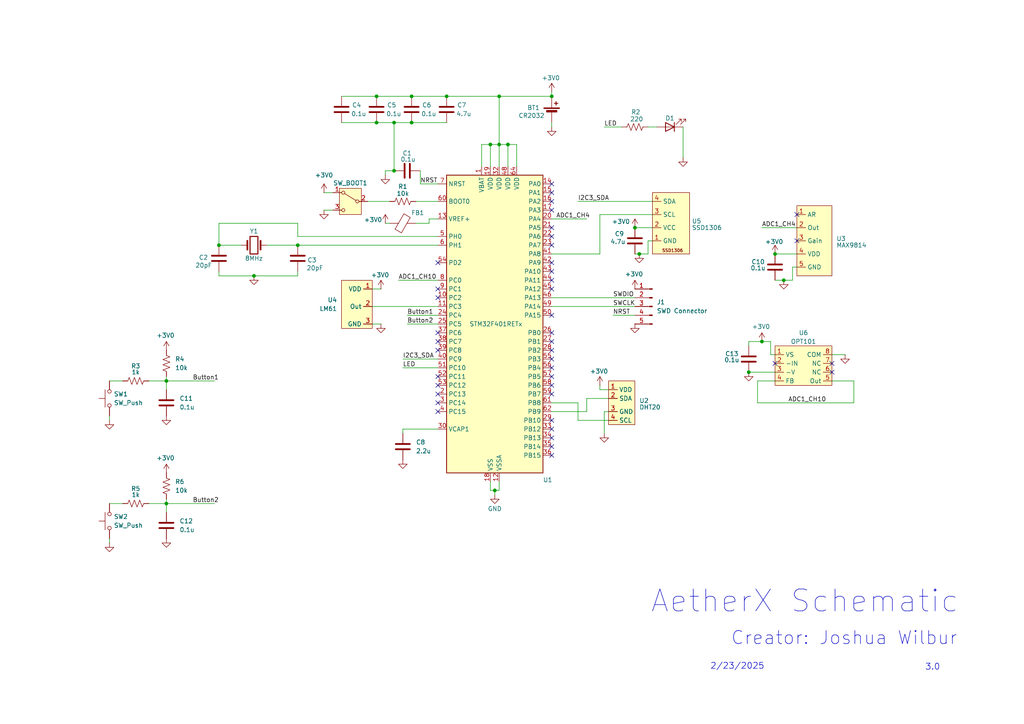
<source format=kicad_sch>
(kicad_sch (version 20231120) (generator "eeschema") (generator_version "8.0")
  (paper "A4")
  (lib_symbols
    (symbol "Connector:Conn_01x05_Pin" (pin_names (offset 1.016) hide)
      (property "Reference" "J" (at 0 7.62 0))
      (property "Value" "Conn_01x05_Pin" (at 0 -7.62 0))
      (symbol "Conn_01x05_Pin_1_1"
        (polyline (pts (xy 1.27 -5.08) (xy 0.8636 -5.08)) (stroke (width 0.1524)))
        (polyline (pts (xy 1.27 -2.54) (xy 0.8636 -2.54)) (stroke (width 0.1524)))
        (polyline (pts (xy 1.27 0) (xy 0.8636 0)) (stroke (width 0.1524)))
        (polyline (pts (xy 1.27 2.54) (xy 0.8636 2.54)) (stroke (width 0.1524)))
        (polyline (pts (xy 1.27 5.08) (xy 0.8636 5.08)) (stroke (width 0.1524)))
        (rectangle (start 0.8636 -4.953) (end 0 -5.207) (stroke (width 0.1524)) (fill (type outline)))
        (rectangle (start 0.8636 -2.413) (end 0 -2.667) (stroke (width 0.1524)) (fill (type outline)))
        (rectangle (start 0.8636 0.127) (end 0 -0.127) (stroke (width 0.1524)) (fill (type outline)))
        (rectangle (start 0.8636 2.667) (end 0 2.413) (stroke (width 0.1524)) (fill (type outline)))
        (rectangle (start 0.8636 5.207) (end 0 4.953) (stroke (width 0.1524)) (fill (type outline)))
        (pin passive line (at 5.08 5.08 180) (length 3.81) (name "Pin_1") (number "1"))
        (pin passive line (at 5.08 2.54 180) (length 3.81) (name "Pin_2") (number "2"))
        (pin passive line (at 5.08 0 180) (length 3.81) (name "Pin_3") (number "3"))
        (pin passive line (at 5.08 -2.54 180) (length 3.81) (name "Pin_4") (number "4"))
        (pin passive line (at 5.08 -5.08 180) (length 3.81) (name "Pin_5") (number "5"))
      )
    )
    (symbol "Device:Battery_Cell" (pin_numbers hide) (pin_names (offset 0) hide)
      (property "Reference" "BT" (at 2.54 2.54 0))
      (property "Value" "Battery_Cell" (at 2.54 0 0))
      (symbol "Battery_Cell_0_1"
        (rectangle (start -2.286 1.778) (end 2.286 1.524) (fill (type outline)))
        (rectangle (start -1.524 1.016) (end 1.524 0.508) (fill (type outline)))
        (polyline (pts (xy 0 0.762) (xy 0 0)))
        (polyline (pts (xy 0 1.778) (xy 0 2.54)))
        (polyline (pts (xy 0.762 3.048) (xy 1.778 3.048)) (stroke (width 0.254)))
        (polyline (pts (xy 1.27 3.556) (xy 1.27 2.54)) (stroke (width 0.254)))
      )
      (symbol "Battery_Cell_1_1"
        (pin passive line (at 0 5.08 270) (length 2.54) (name "+") (number "1"))
        (pin passive line (at 0 -2.54 90) (length 2.54) (name "-") (number "2"))
      )
    )
    (symbol "Device:C" (pin_numbers hide) (pin_names (offset 0.254))
      (property "Reference" "C" (at 0.635 2.54 0))
      (property "Value" "C" (at 0.635 -2.54 0))
      (symbol "C_0_1"
        (polyline (pts (xy -2.032 -0.762) (xy 2.032 -0.762)) (stroke (width 0.508)))
        (polyline (pts (xy -2.032 0.762) (xy 2.032 0.762)) (stroke (width 0.508)))
      )
      (symbol "C_1_1"
        (pin passive line (at 0 3.81 270) (length 2.794) (name "~") (number "1"))
        (pin passive line (at 0 -3.81 90) (length 2.794) (name "~") (number "2"))
      )
    )
    (symbol "Device:Crystal" (pin_numbers hide) (pin_names (offset 1.016) hide)
      (property "Reference" "Y" (at 0 3.81 0))
      (property "Value" "Crystal" (at 0 -3.81 0))
      (symbol "Crystal_0_1"
        (rectangle (start -1.143 2.54) (end 1.143 -2.54) (stroke (width 0.3048)))
        (polyline (pts (xy -2.54 0) (xy -1.905 0)))
        (polyline (pts (xy -1.905 -1.27) (xy -1.905 1.27)) (stroke (width 0.508)))
        (polyline (pts (xy 1.905 -1.27) (xy 1.905 1.27)) (stroke (width 0.508)))
        (polyline (pts (xy 2.54 0) (xy 1.905 0)))
      )
      (symbol "Crystal_1_1"
        (pin passive line (at -3.81 0 0) (length 1.27) (name "1") (number "1"))
        (pin passive line (at 3.81 0 180) (length 1.27) (name "2") (number "2"))
      )
    )
    (symbol "Device:DHT20"
      (property "Reference" "U" (at 9.398 -2.54 0))
      (symbol "DHT20_1_1"
        (rectangle (start -5.08 6.35) (end 7.62 -1.27) (fill (type background)))
        (pin input line (at -2.54 -1.27 90) (length 2.54) (name "VDD") (number "1"))
        (pin input line (at 0 -1.27 90) (length 2.54) (name "SDA") (number "2"))
        (pin input line (at 3.81 -1.27 90) (length 2.54) (name "GND") (number "3"))
        (pin input line (at 6.35 -1.27 90) (length 2.54) (name "SCL") (number "4"))
      )
    )
    (symbol "Device:FerriteBead" (pin_numbers hide) (pin_names (offset 0))
      (property "Reference" "FB" (at -3.81 0.635 90))
      (property "Value" "FerriteBead" (at 3.81 0 90))
      (symbol "FerriteBead_0_1"
        (polyline (pts (xy 0 -1.27) (xy 0 -1.2192)))
        (polyline (pts (xy 0 1.27) (xy 0 1.2954)))
        (polyline (pts (xy -2.7686 0.4064) (xy -1.7018 2.2606) (xy 2.7686 -0.3048) (xy 1.6764 -2.159) (xy -2.7686 0.4064)))
      )
      (symbol "FerriteBead_1_1"
        (pin passive line (at 0 3.81 270) (length 2.54) (name "~") (number "1"))
        (pin passive line (at 0 -3.81 90) (length 2.54) (name "~") (number "2"))
      )
    )
    (symbol "Device:LED" (pin_numbers hide) (pin_names (offset 1.016) hide)
      (property "Reference" "D" (at 0 2.54 0))
      (property "Value" "LED" (at 0 -2.54 0))
      (symbol "LED_0_1"
        (polyline (pts (xy -1.27 -1.27) (xy -1.27 1.27)) (stroke (width 0.254)))
        (polyline (pts (xy -1.27 0) (xy 1.27 0)))
        (polyline (pts (xy 1.27 -1.27) (xy 1.27 1.27) (xy -1.27 0) (xy 1.27 -1.27)) (stroke (width 0.254)))
        (polyline (pts (xy -3.048 -0.762) (xy -4.572 -2.286) (xy -3.81 -2.286) (xy -4.572 -2.286) (xy -4.572 -1.524)))
        (polyline (pts (xy -1.778 -0.762) (xy -3.302 -2.286) (xy -2.54 -2.286) (xy -3.302 -2.286) (xy -3.302 -1.524)))
      )
      (symbol "LED_1_1"
        (pin passive line (at -3.81 0 0) (length 2.54) (name "K") (number "1"))
        (pin passive line (at 3.81 0 180) (length 2.54) (name "A") (number "2"))
      )
    )
    (symbol "Device:LM61"
      (property "Reference" "U" (at 5.334 -2.286 0))
      (symbol "LM61_1_1"
        (rectangle (start -10.16 6.35) (end 3.81 -2.54) (fill (type background)))
        (pin input line (at -7.62 -2.54 90) (length 2.54) (name "VDD") (number "1"))
        (pin input line (at -2.54 -2.54 90) (length 2.54) (name "Out") (number "2"))
        (pin input line (at 2.54 -2.54 90) (length 2.54) (name "GND") (number "3"))
      )
    )
    (symbol "Device:MAX9814"
      (property "Reference" "U" (at 11.43 -5.08 0))
      (symbol "MAX9814_1_1"
        (rectangle (start -10.16 6.35) (end 10.16 -3.81) (fill (type background)))
        (pin input line (at -7.62 -3.81 90) (length 2.54) (name "AR") (number "1"))
        (pin input line (at -3.81 -3.81 90) (length 2.54) (name "Out") (number "2"))
        (pin input line (at 0 -3.81 90) (length 2.54) (name "Gain") (number "3"))
        (pin input line (at 3.81 -3.81 90) (length 2.54) (name "VDD") (number "4"))
        (pin input line (at 7.62 -3.81 90) (length 2.54) (name "GND") (number "5"))
      )
    )
    (symbol "Device:OPT101"
      (property "Reference" "U6" (at 1.905 11.43 0))
      (property "Value" "~" (at 1.905 8.89 0))
      (symbol "OPT101_1_1"
        (rectangle (start -6.35 7.62) (end 10.16 -3.81) (fill (type background)))
        (pin input line (at -6.35 5.08 0) (length 2.54) (name "VS") (number "1"))
        (pin input line (at -6.35 2.54 0) (length 2.54) (name "-IN") (number "2"))
        (pin input line (at -6.35 0 0) (length 2.54) (name "-V") (number "3"))
        (pin input line (at -6.35 -2.54 0) (length 2.54) (name "FB") (number "4"))
        (pin input line (at 10.16 -2.54 180) (length 2.54) (name "Out") (number "5"))
        (pin input line (at 10.16 0 180) (length 2.54) (name "NC") (number "6"))
        (pin input line (at 10.16 2.54 180) (length 2.54) (name "NC") (number "7"))
        (pin input line (at 10.16 5.08 180) (length 2.54) (name "COM") (number "8"))
      )
    )
    (symbol "Device:R_US" (pin_numbers hide) (pin_names (offset 0))
      (property "Reference" "R" (at 2.54 0 90))
      (property "Value" "R_US" (at -2.54 0 90))
      (symbol "R_US_0_1"
        (polyline (pts (xy 0 -2.286) (xy 0 -2.54)))
        (polyline (pts (xy 0 2.286) (xy 0 2.54)))
        (polyline (pts (xy 0 -0.762) (xy 1.016 -1.143) (xy 0 -1.524) (xy -1.016 -1.905) (xy 0 -2.286)))
        (polyline (pts (xy 0 0.762) (xy 1.016 0.381) (xy 0 0) (xy -1.016 -0.381) (xy 0 -0.762)))
        (polyline (pts (xy 0 2.286) (xy 1.016 1.905) (xy 0 1.524) (xy -1.016 1.143) (xy 0 0.762)))
      )
      (symbol "R_US_1_1"
        (pin passive line (at 0 3.81 270) (length 1.27) (name "~") (number "1"))
        (pin passive line (at 0 -3.81 90) (length 1.27) (name "~") (number "2"))
      )
    )
    (symbol "Device:SSD1306_LCD"
      (property "Reference" "U" (at 11.938 7.62 0))
      (symbol "SSD1306_LCD_1_1"
        (rectangle (start -1.27 8.89) (end 9.525 -8.89) (fill (type background)))
        (text "SSD1306" (at 4.572 -7.874 0) (effects (font (size 0.889 0.889))))
        (pin passive line (at -1.27 -5.08 0) (length 2.54) (name "GND") (number "1"))
        (pin passive line (at -1.27 -1.27 0) (length 2.54) (name "VCC") (number "2"))
        (pin passive line (at -1.27 2.54 0) (length 2.54) (name "SCL") (number "3"))
        (pin passive line (at -1.27 6.35 0) (length 2.54) (name "SDA") (number "4"))
      )
    )
    (symbol "MCU_ST_STM32F4:STM32F401RETx"
      (property "Reference" "U" (at -12.7 44.45 0))
      (property "Value" "STM32F401RETx" (at 10.16 44.45 0))
      (symbol "STM32F401RETx_0_1"
        (rectangle (start -12.7 -43.18) (end 15.24 43.18) (stroke (width 0.254)) (fill (type background)))
      )
      (symbol "STM32F401RETx_1_1"
        (pin power_in line (at -2.54 45.72 270) (length 2.54) (name "VBAT") (number "1"))
        (pin bidirectional line (at -15.24 7.62 0) (length 2.54) (name "PC2") (number "10"))
        (pin bidirectional line (at -15.24 5.08 0) (length 2.54) (name "PC3") (number "11"))
        (pin power_in line (at 2.54 -45.72 90) (length 2.54) (name "VSSA") (number "12"))
        (pin input line (at -15.24 30.48 0) (length 2.54) (name "VREF+") (number "13"))
        (pin bidirectional line (at 17.78 40.64 180) (length 2.54) (name "PA0") (number "14"))
        (pin bidirectional line (at 17.78 38.1 180) (length 2.54) (name "PA1") (number "15"))
        (pin bidirectional line (at 17.78 35.56 180) (length 2.54) (name "PA2") (number "16"))
        (pin bidirectional line (at 17.78 33.02 180) (length 2.54) (name "PA3") (number "17"))
        (pin power_in line (at 0 -45.72 90) (length 2.54) (name "VSS") (number "18"))
        (pin power_in line (at 0 45.72 270) (length 2.54) (name "VDD") (number "19"))
        (pin bidirectional line (at -15.24 -20.32 0) (length 2.54) (name "PC13") (number "2"))
        (pin bidirectional line (at 17.78 30.48 180) (length 2.54) (name "PA4") (number "20"))
        (pin bidirectional line (at 17.78 27.94 180) (length 2.54) (name "PA5") (number "21"))
        (pin bidirectional line (at 17.78 25.4 180) (length 2.54) (name "PA6") (number "22"))
        (pin bidirectional line (at 17.78 22.86 180) (length 2.54) (name "PA7") (number "23"))
        (pin bidirectional line (at -15.24 2.54 0) (length 2.54) (name "PC4") (number "24"))
        (pin bidirectional line (at -15.24 0 0) (length 2.54) (name "PC5") (number "25"))
        (pin bidirectional line (at 17.78 -2.54 180) (length 2.54) (name "PB0") (number "26"))
        (pin bidirectional line (at 17.78 -5.08 180) (length 2.54) (name "PB1") (number "27"))
        (pin bidirectional line (at 17.78 -7.62 180) (length 2.54) (name "PB2") (number "28"))
        (pin bidirectional line (at 17.78 -27.94 180) (length 2.54) (name "PB10") (number "29"))
        (pin bidirectional line (at -15.24 -22.86 0) (length 2.54) (name "PC14") (number "3"))
        (pin power_out line (at -15.24 -30.48 0) (length 2.54) (name "VCAP1") (number "30"))
        (pin passive line (at 0 -45.72 90) (length 2.54) hide (name "VSS") (number "31"))
        (pin power_in line (at 2.54 45.72 270) (length 2.54) (name "VDD") (number "32"))
        (pin bidirectional line (at 17.78 -30.48 180) (length 2.54) (name "PB12") (number "33"))
        (pin bidirectional line (at 17.78 -33.02 180) (length 2.54) (name "PB13") (number "34"))
        (pin bidirectional line (at 17.78 -35.56 180) (length 2.54) (name "PB14") (number "35"))
        (pin bidirectional line (at 17.78 -38.1 180) (length 2.54) (name "PB15") (number "36"))
        (pin bidirectional line (at -15.24 -2.54 0) (length 2.54) (name "PC6") (number "37"))
        (pin bidirectional line (at -15.24 -5.08 0) (length 2.54) (name "PC7") (number "38"))
        (pin bidirectional line (at -15.24 -7.62 0) (length 2.54) (name "PC8") (number "39"))
        (pin bidirectional line (at -15.24 -25.4 0) (length 2.54) (name "PC15") (number "4"))
        (pin bidirectional line (at -15.24 -10.16 0) (length 2.54) (name "PC9") (number "40"))
        (pin bidirectional line (at 17.78 20.32 180) (length 2.54) (name "PA8") (number "41"))
        (pin bidirectional line (at 17.78 17.78 180) (length 2.54) (name "PA9") (number "42"))
        (pin bidirectional line (at 17.78 15.24 180) (length 2.54) (name "PA10") (number "43"))
        (pin bidirectional line (at 17.78 12.7 180) (length 2.54) (name "PA11") (number "44"))
        (pin bidirectional line (at 17.78 10.16 180) (length 2.54) (name "PA12") (number "45"))
        (pin bidirectional line (at 17.78 7.62 180) (length 2.54) (name "PA13") (number "46"))
        (pin passive line (at 0 -45.72 90) (length 2.54) hide (name "VSS") (number "47"))
        (pin power_in line (at 5.08 45.72 270) (length 2.54) (name "VDD") (number "48"))
        (pin bidirectional line (at 17.78 5.08 180) (length 2.54) (name "PA14") (number "49"))
        (pin bidirectional line (at -15.24 25.4 0) (length 2.54) (name "PH0") (number "5"))
        (pin bidirectional line (at 17.78 2.54 180) (length 2.54) (name "PA15") (number "50"))
        (pin bidirectional line (at -15.24 -12.7 0) (length 2.54) (name "PC10") (number "51"))
        (pin bidirectional line (at -15.24 -15.24 0) (length 2.54) (name "PC11") (number "52"))
        (pin bidirectional line (at -15.24 -17.78 0) (length 2.54) (name "PC12") (number "53"))
        (pin bidirectional line (at -15.24 17.78 0) (length 2.54) (name "PD2") (number "54"))
        (pin bidirectional line (at 17.78 -10.16 180) (length 2.54) (name "PB3") (number "55"))
        (pin bidirectional line (at 17.78 -12.7 180) (length 2.54) (name "PB4") (number "56"))
        (pin bidirectional line (at 17.78 -15.24 180) (length 2.54) (name "PB5") (number "57"))
        (pin bidirectional line (at 17.78 -17.78 180) (length 2.54) (name "PB6") (number "58"))
        (pin bidirectional line (at 17.78 -20.32 180) (length 2.54) (name "PB7") (number "59"))
        (pin bidirectional line (at -15.24 22.86 0) (length 2.54) (name "PH1") (number "6"))
        (pin input line (at -15.24 35.56 0) (length 2.54) (name "BOOT0") (number "60"))
        (pin bidirectional line (at 17.78 -22.86 180) (length 2.54) (name "PB8") (number "61"))
        (pin bidirectional line (at 17.78 -25.4 180) (length 2.54) (name "PB9") (number "62"))
        (pin passive line (at 0 -45.72 90) (length 2.54) hide (name "VSS") (number "63"))
        (pin power_in line (at 7.62 45.72 270) (length 2.54) (name "VDD") (number "64"))
        (pin input line (at -15.24 40.64 0) (length 2.54) (name "NRST") (number "7"))
        (pin bidirectional line (at -15.24 12.7 0) (length 2.54) (name "PC0") (number "8"))
        (pin bidirectional line (at -15.24 10.16 0) (length 2.54) (name "PC1") (number "9"))
      )
    )
    (symbol "Switch:SW_Push" (pin_numbers hide) (pin_names (offset 1.016) hide)
      (property "Reference" "SW" (at 1.27 2.54 0))
      (property "Value" "SW_Push" (at 0 -1.524 0))
      (symbol "SW_Push_0_1"
        (circle (center -2.032 0) (radius 0.508))
        (polyline (pts (xy 0 1.27) (xy 0 3.048)))
        (polyline (pts (xy 2.54 1.27) (xy -2.54 1.27)))
        (circle (center 2.032 0) (radius 0.508))
        (pin passive line (at -5.08 0 0) (length 2.54) (name "1") (number "1"))
        (pin passive line (at 5.08 0 180) (length 2.54) (name "2") (number "2"))
      )
    )
    (symbol "Switch:SW_SPDT" (pin_names (offset 0) hide)
      (property "Reference" "SW" (at 0 5.08 0))
      (property "Value" "SW_SPDT" (at 0 -5.08 0))
      (symbol "SW_SPDT_0_1"
        (circle (center -2.032 0) (radius 0.4572))
        (polyline (pts (xy -1.651 0.254) (xy 1.651 2.286)))
        (circle (center 2.032 -2.54) (radius 0.4572))
        (circle (center 2.032 2.54) (radius 0.4572))
      )
      (symbol "SW_SPDT_1_1"
        (rectangle (start -3.175 3.81) (end 3.175 -3.81) (fill (type background)))
        (pin passive line (at 5.08 2.54 180) (length 2.54) (name "A") (number "1"))
        (pin passive line (at -5.08 0 0) (length 2.54) (name "B") (number "2"))
        (pin passive line (at 5.08 -2.54 180) (length 2.54) (name "C") (number "3"))
      )
    )
    (symbol "power:+3V0" (power) (pin_numbers hide) (pin_names (offset 0) hide)
      (property "Value" "+3V0" (at 0 3.556 0))
      (symbol "+3V0_0_1"
        (polyline (pts (xy -0.762 1.27) (xy 0 2.54)))
        (polyline (pts (xy 0 0) (xy 0 2.54)))
        (polyline (pts (xy 0 2.54) (xy 0.762 1.27)))
      )
      (symbol "+3V0_1_1"
        (pin power_in line (at 0 0 90) (length 0) (name "~") (number "1"))
      )
    )
    (symbol "power:GND" (power) (pin_numbers hide) (pin_names (offset 0) hide)
      (property "Value" "GND" (at 0 -3.81 0))
      (symbol "GND_0_1"
        (polyline (pts (xy 0 0) (xy 0 -1.27) (xy 1.27 -1.27) (xy 0 -2.54) (xy -1.27 -1.27) (xy 0 -1.27)))
      )
      (symbol "GND_1_1"
        (pin power_in line (at 0 0 270) (length 0) (name "~") (number "1"))
      )
    )
  )
  (junction (at 160.02 27.94))
  (junction (at 227.33 81.28))
  (junction (at 184.15 66.04))
  (junction (at 119.38 27.94))
  (junction (at 63.5 71.12))
  (junction (at 220.98 99.06))
  (junction (at 224.79 73.66))
  (junction (at 144.78 41.91))
  (junction (at 48.26 110.49))
  (junction (at 109.22 35.56))
  (junction (at 109.22 27.94))
  (junction (at 73.66 80.01))
  (junction (at 48.26 146.05))
  (junction (at 129.54 27.94))
  (junction (at 114.3 35.56))
  (junction (at 147.32 41.91))
  (junction (at 144.78 27.94))
  (junction (at 217.17 107.95))
  (junction (at 185.42 73.66))
  (junction (at 86.36 71.12))
  (junction (at 114.3 49.53))
  (junction (at 119.38 35.56))
  (junction (at 143.51 142.24))
  (junction (at 142.24 41.91))
  (no_connect (at 127 114.3))
  (no_connect (at 160.02 71.12))
  (no_connect (at 160.02 58.42))
  (no_connect (at 231.14 69.85))
  (no_connect (at 127 96.52))
  (no_connect (at 160.02 109.22))
  (no_connect (at 160.02 53.34))
  (no_connect (at 160.02 127))
  (no_connect (at 160.02 101.6))
  (no_connect (at 241.3 107.95))
  (no_connect (at 160.02 76.2))
  (no_connect (at 160.02 66.04))
  (no_connect (at 160.02 114.3))
  (no_connect (at 160.02 96.52))
  (no_connect (at 127 111.76))
  (no_connect (at 224.79 105.41))
  (no_connect (at 160.02 121.92))
  (no_connect (at 127 86.36))
  (no_connect (at 160.02 106.68))
  (no_connect (at 160.02 124.46))
  (no_connect (at 160.02 83.82))
  (no_connect (at 160.02 111.76))
  (no_connect (at 127 109.22))
  (no_connect (at 127 116.84))
  (no_connect (at 127 101.6))
  (no_connect (at 127 99.06))
  (no_connect (at 160.02 60.96))
  (no_connect (at 160.02 78.74))
  (no_connect (at 160.02 99.06))
  (no_connect (at 160.02 104.14))
  (no_connect (at 127 76.2))
  (no_connect (at 160.02 132.08))
  (no_connect (at 160.02 55.88))
  (no_connect (at 127 83.82))
  (no_connect (at 241.3 105.41))
  (no_connect (at 160.02 129.54))
  (no_connect (at 231.14 62.23))
  (no_connect (at 160.02 81.28))
  (no_connect (at 160.02 68.58))
  (no_connect (at 160.02 91.44))
  (no_connect (at 127 119.38))
  (wire (pts (xy 77.47 71.12) (xy 86.36 71.12)))
  (wire (pts (xy 177.8 91.44) (xy 184.15 91.44)))
  (wire (pts (xy 48.26 146.05) (xy 48.26 148.59)))
  (wire (pts (xy 31.75 121.92) (xy 31.75 120.65)))
  (wire (pts (xy 142.24 41.91) (xy 144.78 41.91)))
  (wire (pts (xy 144.78 41.91) (xy 144.78 48.26)))
  (wire (pts (xy 223.52 99.06) (xy 223.52 102.87)))
  (wire (pts (xy 160.02 86.36) (xy 184.15 86.36)))
  (wire (pts (xy 129.54 27.94) (xy 144.78 27.94)))
  (wire (pts (xy 107.95 93.98) (xy 110.49 93.98)))
  (wire (pts (xy 111.76 50.8) (xy 111.76 49.53)))
  (wire (pts (xy 217.17 100.33) (xy 217.17 99.06)))
  (wire (pts (xy 229.87 77.47) (xy 229.87 81.28)))
  (wire (pts (xy 118.11 93.98) (xy 127 93.98)))
  (wire (pts (xy 160.02 63.5) (xy 170.18 63.5)))
  (wire (pts (xy 86.36 68.58) (xy 86.36 64.77)))
  (wire (pts (xy 119.38 27.94) (xy 129.54 27.94)))
  (wire (pts (xy 86.36 68.58) (xy 127 68.58)))
  (wire (pts (xy 231.14 77.47) (xy 229.87 77.47)))
  (wire (pts (xy 43.18 110.49) (xy 48.26 110.49)))
  (wire (pts (xy 241.3 102.87) (xy 245.11 102.87)))
  (wire (pts (xy 86.36 78.74) (xy 86.36 80.01)))
  (wire (pts (xy 223.52 102.87) (xy 224.79 102.87)))
  (wire (pts (xy 93.98 55.88) (xy 96.52 55.88)))
  (wire (pts (xy 142.24 139.7) (xy 142.24 142.24)))
  (wire (pts (xy 189.23 69.85) (xy 187.96 69.85)))
  (wire (pts (xy 217.17 107.95) (xy 224.79 107.95)))
  (wire (pts (xy 121.92 49.53) (xy 121.92 53.34)))
  (wire (pts (xy 187.96 69.85) (xy 187.96 73.66)))
  (wire (pts (xy 109.22 35.56) (xy 114.3 35.56)))
  (wire (pts (xy 187.96 73.66) (xy 185.42 73.66)))
  (wire (pts (xy 116.84 104.14) (xy 127 104.14)))
  (wire (pts (xy 43.18 146.05) (xy 48.26 146.05)))
  (wire (pts (xy 107.95 83.82) (xy 110.49 83.82)))
  (wire (pts (xy 48.26 146.05) (xy 62.23 146.05)))
  (wire (pts (xy 31.75 157.48) (xy 31.75 156.21)))
  (wire (pts (xy 247.65 116.84) (xy 219.71 116.84)))
  (wire (pts (xy 144.78 27.94) (xy 144.78 41.91)))
  (wire (pts (xy 114.3 35.56) (xy 119.38 35.56)))
  (wire (pts (xy 170.18 119.38) (xy 170.18 115.57)))
  (wire (pts (xy 139.7 41.91) (xy 142.24 41.91)))
  (wire (pts (xy 86.36 71.12) (xy 127 71.12)))
  (wire (pts (xy 48.26 144.78) (xy 48.26 146.05)))
  (wire (pts (xy 229.87 81.28) (xy 227.33 81.28)))
  (wire (pts (xy 48.26 110.49) (xy 48.26 113.03)))
  (wire (pts (xy 175.26 36.83) (xy 180.34 36.83)))
  (wire (pts (xy 120.65 58.42) (xy 127 58.42)))
  (wire (pts (xy 167.64 116.84) (xy 167.64 121.92)))
  (wire (pts (xy 170.18 115.57) (xy 176.53 115.57)))
  (wire (pts (xy 31.75 146.05) (xy 35.56 146.05)))
  (wire (pts (xy 124.46 63.5) (xy 127 63.5)))
  (wire (pts (xy 224.79 73.66) (xy 231.14 73.66)))
  (wire (pts (xy 99.06 27.94) (xy 109.22 27.94)))
  (wire (pts (xy 119.38 35.56) (xy 129.54 35.56)))
  (wire (pts (xy 219.71 110.49) (xy 224.79 110.49)))
  (wire (pts (xy 144.78 142.24) (xy 143.51 142.24)))
  (wire (pts (xy 160.02 88.9) (xy 184.15 88.9)))
  (wire (pts (xy 139.7 48.26) (xy 139.7 41.91)))
  (wire (pts (xy 127 53.34) (xy 121.92 53.34)))
  (wire (pts (xy 220.98 66.04) (xy 231.14 66.04)))
  (wire (pts (xy 48.26 109.22) (xy 48.26 110.49)))
  (wire (pts (xy 114.3 49.53) (xy 111.76 49.53)))
  (wire (pts (xy 124.46 64.77) (xy 124.46 63.5)))
  (wire (pts (xy 160.02 26.67) (xy 160.02 27.94)))
  (wire (pts (xy 127 124.46) (xy 116.84 124.46)))
  (wire (pts (xy 48.26 110.49) (xy 62.23 110.49)))
  (wire (pts (xy 116.84 124.46) (xy 116.84 125.73)))
  (wire (pts (xy 147.32 41.91) (xy 147.32 48.26)))
  (wire (pts (xy 217.17 99.06) (xy 220.98 99.06)))
  (wire (pts (xy 160.02 73.66) (xy 173.99 73.66)))
  (wire (pts (xy 187.96 36.83) (xy 190.5 36.83)))
  (wire (pts (xy 167.64 58.42) (xy 189.23 58.42)))
  (wire (pts (xy 149.86 41.91) (xy 149.86 48.26)))
  (wire (pts (xy 86.36 80.01) (xy 73.66 80.01)))
  (wire (pts (xy 173.99 62.23) (xy 189.23 62.23)))
  (wire (pts (xy 115.57 81.28) (xy 127 81.28)))
  (wire (pts (xy 120.65 64.77) (xy 124.46 64.77)))
  (wire (pts (xy 116.84 106.68) (xy 127 106.68)))
  (wire (pts (xy 167.64 121.92) (xy 176.53 121.92)))
  (wire (pts (xy 31.75 110.49) (xy 35.56 110.49)))
  (wire (pts (xy 113.03 58.42) (xy 106.68 58.42)))
  (wire (pts (xy 109.22 27.94) (xy 119.38 27.94)))
  (wire (pts (xy 111.76 64.77) (xy 113.03 64.77)))
  (wire (pts (xy 63.5 64.77) (xy 63.5 71.12)))
  (wire (pts (xy 176.53 119.38) (xy 175.26 119.38)))
  (wire (pts (xy 160.02 119.38) (xy 170.18 119.38)))
  (wire (pts (xy 198.12 36.83) (xy 198.12 45.72)))
  (wire (pts (xy 142.24 41.91) (xy 142.24 48.26)))
  (wire (pts (xy 142.24 142.24) (xy 143.51 142.24)))
  (wire (pts (xy 118.11 91.44) (xy 127 91.44)))
  (wire (pts (xy 220.98 99.06) (xy 223.52 99.06)))
  (wire (pts (xy 93.98 60.96) (xy 96.52 60.96)))
  (wire (pts (xy 173.99 73.66) (xy 173.99 62.23)))
  (wire (pts (xy 99.06 35.56) (xy 109.22 35.56)))
  (wire (pts (xy 247.65 110.49) (xy 247.65 116.84)))
  (wire (pts (xy 185.42 73.66) (xy 184.15 73.66)))
  (wire (pts (xy 107.95 88.9) (xy 127 88.9)))
  (wire (pts (xy 63.5 78.74) (xy 63.5 80.01)))
  (wire (pts (xy 184.15 66.04) (xy 189.23 66.04)))
  (wire (pts (xy 144.78 27.94) (xy 160.02 27.94)))
  (wire (pts (xy 86.36 64.77) (xy 63.5 64.77)))
  (wire (pts (xy 173.99 111.76) (xy 173.99 113.03)))
  (wire (pts (xy 143.51 143.51) (xy 143.51 142.24)))
  (wire (pts (xy 63.5 71.12) (xy 69.85 71.12)))
  (wire (pts (xy 63.5 80.01) (xy 73.66 80.01)))
  (wire (pts (xy 227.33 81.28) (xy 224.79 81.28)))
  (wire (pts (xy 144.78 41.91) (xy 147.32 41.91)))
  (wire (pts (xy 147.32 41.91) (xy 149.86 41.91)))
  (wire (pts (xy 144.78 139.7) (xy 144.78 142.24)))
  (wire (pts (xy 160.02 36.83) (xy 160.02 35.56)))
  (wire (pts (xy 175.26 119.38) (xy 175.26 125.73)))
  (wire (pts (xy 219.71 116.84) (xy 219.71 110.49)))
  (wire (pts (xy 160.02 116.84) (xy 167.64 116.84)))
  (wire (pts (xy 173.99 113.03) (xy 176.53 113.03)))
  (wire (pts (xy 241.3 110.49) (xy 247.65 110.49)))
  (wire (pts (xy 114.3 35.56) (xy 114.3 49.53)))
  (text "AetherX Schematic" (at 233.426 174.498 0) (effects (font (size 6.35 6.35))))
  (text "3.0" (at 270.51 193.548 0) (effects (font (size 1.778 1.778))))
  (text "Creator: Joshua Wilbur" (at 244.856 185.166 0) (effects (font (size 3.81 3.81))))
  (text "2/23/2025" (at 213.868 193.294 0) (effects (font (size 1.778 1.778))))
  (label "Button2" (at 55.88 146.05 0))
  (label "Button1" (at 118.11 91.44 0))
  (label "ADC1_CH10" (at 115.57 81.28 0))
  (label "LED" (at 116.84 106.68 0))
  (label "ADC1_CH4" (at 161.29 63.5 0))
  (label "Button2" (at 118.11 93.98 0))
  (label "SWCLK" (at 177.8 88.9 0))
  (label "I2C3_SDA" (at 116.84 104.14 0))
  (label "ADC1_CH10" (at 228.6 116.84 0))
  (label "LED" (at 175.26 36.83 0))
  (label "SWDIO" (at 177.8 86.36 0))
  (label "NRST" (at 177.8 91.44 0))
  (label "I2C3_SDA" (at 167.64 58.42 0))
  (label "NRST" (at 121.92 53.34 0))
  (label "ADC1_CH4" (at 220.98 66.04 0))
  (label "Button1" (at 55.88 110.49 0))
  (symbol (lib_id "Switch:SW_SPDT") (at 101.6 58.42 0) (mirror y) (unit 1) (in_bom no)
    (property "Reference" "SW_BOOT1" (at 101.6 53.086 0))
    (property "Value" "SW_SPDT" (effects (hide yes)))
    (property "Footprint" "Connector_PinHeader_2.54mm:PinHeader_1x03_P2.54mm_Vertical" (effects (hide yes)))
    (property "Description" "Switch, single pole double throw" (effects (hide yes)))
  )
  (symbol (lib_id "Device:Crystal") (at 73.66 71.12 0) (unit 1) (in_bom no)
    (property "Reference" "Y1" (at 73.66 67.056 0))
    (property "Value" "8MHz" (at 73.66 74.93 0))
    (property "Footprint" "Crystal:Crystal_HC49-4H_Vertical" (effects (hide yes)))
    (property "Description" "Two pin crystal" (effects (hide yes)))
  )
  (symbol (lib_id "power:GND") (at 48.26 120.65 0) (unit 1)
    (property "Reference" "#PWR026" (effects (hide yes)))
    (property "Value" "GND" (effects (hide yes)))
    (property "Description" "Power symbol creates a global label with name \"GND\" , ground" (effects (hide yes)))
  )
  (symbol (lib_id "power:GND") (at 227.33 81.28 0) (unit 1)
    (property "Reference" "#PWR019" (effects (hide yes)))
    (property "Value" "GND" (effects (hide yes)))
    (property "Description" "Power symbol creates a global label with name \"GND\" , ground" (effects (hide yes)))
  )
  (symbol (lib_id "Device:C") (at 118.11 49.53 90) (unit 1) (in_bom no)
    (property "Reference" "C1" (at 118.11 44.45 90))
    (property "Value" "0.1u" (at 118.364 46.228 90))
    (property "Footprint" "Capacitor_THT:C_Disc_D5.1mm_W3.2mm_P5.00mm" (effects (hide yes)))
    (property "Description" "Unpolarized capacitor" (effects (hide yes)))
  )
  (symbol (lib_id "power:GND") (at 198.12 45.72 0) (unit 1)
    (property "Reference" "#PWR08" (effects (hide yes)))
    (property "Value" "GND" (effects (hide yes)))
    (property "Description" "Power symbol creates a global label with name \"GND\" , ground" (effects (hide yes)))
  )
  (symbol (lib_id "power:+3V0") (at 173.99 111.76 0) (unit 1)
    (property "Reference" "#PWR015" (effects (hide yes)))
    (property "Value" "+3V0" (at 173.736 107.696 0))
    (property "Description" "Power symbol creates a global label with name \"+3V0\"" (effects (hide yes)))
  )
  (symbol (lib_id "power:GND") (at 143.51 143.51 0) (unit 1)
    (property "Reference" "#PWR01" (effects (hide yes)))
    (property "Value" "GND" (at 143.51 147.574 0))
    (property "Description" "Power symbol creates a global label with name \"GND\" , ground" (effects (hide yes)))
  )
  (symbol (lib_id "power:+3V0") (at 184.15 83.82 0) (unit 1)
    (property "Reference" "#PWR011" (effects (hide yes)))
    (property "Value" "+3V0" (at 183.896 79.502 0))
    (property "Description" "Power symbol creates a global label with name \"+3V0\"" (effects (hide yes)))
  )
  (symbol (lib_id "Device:C") (at 217.17 104.14 0) (unit 1)
    (property "Reference" "C13" (at 210.312 102.616 0) (effects (justify left)))
    (property "Value" "0.1u" (at 210.058 104.394 0) (effects (justify left)))
    (property "Footprint" "Capacitor_SMD:C_0402_1005Metric_Pad0.74x0.62mm_HandSolder" (effects (hide yes)))
    (property "Datasheet" "https://www.digikey.com/en/products/detail/samsung-electro-mechanics/CL05B104KA5NNNC/5961204" (effects (hide yes)))
    (property "Description" "Unpolarized capacitor" (effects (hide yes)))
  )
  (symbol (lib_id "Device:C") (at 224.79 77.47 0) (unit 1)
    (property "Reference" "C10" (at 217.932 75.946 0) (effects (justify left)))
    (property "Value" "0.1u" (at 217.678 77.724 0) (effects (justify left)))
    (property "Footprint" "Capacitor_SMD:C_0402_1005Metric_Pad0.74x0.62mm_HandSolder" (effects (hide yes)))
    (property "Datasheet" "https://www.digikey.com/en/products/detail/samsung-electro-mechanics/CL05B104KA5NNNC/5961204" (effects (hide yes)))
    (property "Description" "Unpolarized capacitor" (effects (hide yes)))
  )
  (symbol (lib_id "Device:C") (at 129.54 31.75 0) (unit 1)
    (property "Reference" "C7" (at 132.588 30.48 0) (effects (justify left)))
    (property "Value" "4.7u" (at 132.334 33.02 0) (effects (justify left)))
    (property "Footprint" "Capacitor_SMD:C_0805_2012Metric_Pad1.18x1.45mm_HandSolder" (effects (hide yes)))
    (property "Datasheet" "https://www.digikey.com/en/products/detail/samsung-electro-mechanics/CL21A475KAQNNNE/3886902" (effects (hide yes)))
    (property "Description" "Unpolarized capacitor" (effects (hide yes)))
  )
  (symbol (lib_id "power:GND") (at 48.26 156.21 0) (unit 1)
    (property "Reference" "#PWR029" (effects (hide yes)))
    (property "Value" "GND" (effects (hide yes)))
    (property "Description" "Power symbol creates a global label with name \"GND\" , ground" (effects (hide yes)))
  )
  (symbol (lib_id "power:+3V0") (at 111.76 64.77 0) (unit 1)
    (property "Reference" "#PWR010" (effects (hide yes)))
    (property "Value" "+3V0" (at 108.204 63.754 0))
    (property "Description" "Power symbol creates a global label with name \"+3V0\"" (effects (hide yes)))
  )
  (symbol (lib_id "Device:R_US") (at 184.15 36.83 90) (unit 1) (in_bom no)
    (property "Reference" "R2" (at 184.404 32.512 90))
    (property "Value" "220" (at 184.658 34.544 90))
    (property "Footprint" "Resistor_THT:R_Axial_DIN0207_L6.3mm_D2.5mm_P10.16mm_Horizontal" (effects (hide yes)))
    (property "Description" "Resistor, US symbol" (effects (hide yes)))
  )
  (symbol (lib_id "power:GND") (at 93.98 60.96 0) (unit 1)
    (property "Reference" "#PWR02" (effects (hide yes)))
    (property "Value" "GND" (effects (hide yes)))
    (property "Description" "Power symbol creates a global label with name \"GND\" , ground" (effects (hide yes)))
  )
  (symbol (lib_id "Device:LM61") (at 105.41 91.44 90) (mirror x) (unit 1) (in_bom no)
    (property "Reference" "U4" (at 97.79 86.9949 90) (effects (justify left)))
    (property "Value" "LM61" (at 97.79 89.5349 90) (effects (justify left)))
    (property "Footprint" "Connector_PinHeader_2.54mm:PinHeader_1x03_P2.54mm_Vertical" (effects (hide yes)))
  )
  (symbol (lib_id "Device:MAX9814") (at 234.95 69.85 270) (unit 1) (in_bom no)
    (property "Reference" "U3" (at 242.57 69.2149 90) (effects (justify left)))
    (property "Value" "MAX9814" (at 242.57 71.12 90) (effects (justify left)))
    (property "Footprint" "Connector_PinSocket_2.54mm:PinSocket_1x05_P2.54mm_Vertical" (effects (hide yes)))
  )
  (symbol (lib_id "Device:R_US") (at 39.37 146.05 90) (unit 1) (in_bom no)
    (property "Reference" "R5" (at 39.37 141.732 90))
    (property "Value" "1k" (at 39.37 143.51 90))
    (property "Footprint" "Resistor_THT:R_Axial_DIN0207_L6.3mm_D2.5mm_P10.16mm_Horizontal" (effects (hide yes)))
    (property "Description" "Resistor, US symbol" (effects (hide yes)))
  )
  (symbol (lib_id "Device:Battery_Cell") (at 160.02 33.02 0) (unit 1) (in_bom no)
    (property "Reference" "BT1" (at 152.908 31.242 0) (effects (justify left)))
    (property "Value" "CR2032" (at 150.368 33.528 0) (effects (justify left)))
    (property "Footprint" "Battery:BatteryHolder_Keystone_103_1x20mm" (effects (hide yes)))
    (property "Description" "Single-cell battery" (effects (hide yes)))
  )
  (symbol (lib_id "Device:C") (at 184.15 69.85 0) (unit 1) (in_bom no)
    (property "Reference" "C9" (at 178.308 67.818 0) (effects (justify left)))
    (property "Value" "4.7u" (at 177.038 70.104 0) (effects (justify left)))
    (property "Footprint" "Capacitor_THT:C_Disc_D5.1mm_W3.2mm_P5.00mm" (effects (hide yes)))
    (property "Description" "Unpolarized capacitor" (effects (hide yes)))
  )
  (symbol (lib_id "power:GND") (at 175.26 125.73 0) (unit 1)
    (property "Reference" "#PWR016" (effects (hide yes)))
    (property "Value" "GND" (effects (hide yes)))
    (property "Description" "Power symbol creates a global label with name \"GND\" , ground" (effects (hide yes)))
  )
  (symbol (lib_id "Device:C") (at 86.36 74.93 0) (unit 1) (in_bom no)
    (property "Reference" "C3" (at 89.154 75.438 0) (effects (justify left)))
    (property "Value" "20pF" (at 88.9 77.724 0) (effects (justify left)))
    (property "Footprint" "Capacitor_THT:C_Disc_D5.1mm_W3.2mm_P5.00mm" (effects (hide yes)))
    (property "Description" "Unpolarized capacitor" (effects (hide yes)))
  )
  (symbol (lib_id "power:GND") (at 110.49 93.98 0) (unit 1)
    (property "Reference" "#PWR014" (effects (hide yes)))
    (property "Value" "GND" (effects (hide yes)))
    (property "Description" "Power symbol creates a global label with name \"GND\" , ground" (effects (hide yes)))
  )
  (symbol (lib_id "Device:C") (at 48.26 152.4 0) (unit 1)
    (property "Reference" "C12" (at 52.07 151.1299 0) (effects (justify left)))
    (property "Value" "0.1u" (at 52.07 153.6699 0) (effects (justify left)))
    (property "Footprint" "Capacitor_SMD:C_0402_1005Metric_Pad0.74x0.62mm_HandSolder" (effects (hide yes)))
    (property "Datasheet" "https://www.digikey.com/en/products/detail/samsung-electro-mechanics/CL05B104KA5NNNC/5961204" (effects (hide yes)))
    (property "Description" "Unpolarized capacitor" (effects (hide yes)))
  )
  (symbol (lib_id "power:GND") (at 111.76 50.8 0) (unit 1)
    (property "Reference" "#PWR04" (effects (hide yes)))
    (property "Value" "GND" (effects (hide yes)))
    (property "Description" "Power symbol creates a global label with name \"GND\" , ground" (effects (hide yes)))
  )
  (symbol (lib_id "Device:DHT20") (at 177.8 115.57 270) (unit 1) (in_bom no)
    (property "Reference" "U2" (at 185.42 116.2049 90) (effects (justify left)))
    (property "Value" "DHT20" (at 185.42 118.11 90) (effects (justify left)))
    (property "Footprint" "Connector_PinSocket_2.54mm:PinSocket_1x04_P2.54mm_Vertical" (effects (hide yes)))
  )
  (symbol (lib_id "power:+3V0") (at 93.98 55.88 0) (unit 1)
    (property "Reference" "#PWR06" (effects (hide yes)))
    (property "Value" "+3V0" (at 93.98 50.8 0))
    (property "Description" "Power symbol creates a global label with name \"+3V0\"" (effects (hide yes)))
  )
  (symbol (lib_id "power:+3V0") (at 110.49 83.82 0) (unit 1)
    (property "Reference" "#PWR013" (effects (hide yes)))
    (property "Value" "+3V0" (at 110.236 79.756 0))
    (property "Description" "Power symbol creates a global label with name \"+3V0\"" (effects (hide yes)))
  )
  (symbol (lib_id "Device:C") (at 116.84 129.54 0) (unit 1) (in_bom no)
    (property "Reference" "C8" (at 120.65 128.2699 0) (effects (justify left)))
    (property "Value" "2.2u" (at 120.65 130.8099 0) (effects (justify left)))
    (property "Footprint" "Capacitor_THT:C_Disc_D5.1mm_W3.2mm_P5.00mm" (effects (hide yes)))
    (property "Description" "Unpolarized capacitor" (effects (hide yes)))
  )
  (symbol (lib_id "power:GND") (at 31.75 121.92 0) (unit 1)
    (property "Reference" "#PWR024" (effects (hide yes)))
    (property "Value" "GND" (effects (hide yes)))
    (property "Description" "Power symbol creates a global label with name \"GND\" , ground" (effects (hide yes)))
  )
  (symbol (lib_id "power:+3V0") (at 224.79 73.66 0) (unit 1)
    (property "Reference" "#PWR020" (effects (hide yes)))
    (property "Value" "+3V0" (at 224.536 70.104 0))
    (property "Description" "Power symbol creates a global label with name \"+3V0\"" (effects (hide yes)))
  )
  (symbol (lib_id "MCU_ST_STM32F4:STM32F401RETx") (at 142.24 93.98 0) (unit 1)
    (property "Reference" "U1" (at 157.48 139.192 0) (effects (justify left)))
    (property "Value" "STM32F401RETx" (at 136.144 93.98 0) (effects (justify left)))
    (property "Footprint" "Package_QFP:LQFP-64_10x10mm_P0.5mm" (effects (hide yes)))
    (property "Datasheet" "https://www.st.com/resource/en/datasheet/stm32f401re.pdf" (effects (hide yes)))
    (property "Description" "STMicroelectronics Arm Cortex-M4 MCU, 512KB flash, 96KB RAM, 84 MHz, 1.7-3.6V, 50 GPIO, LQFP64" (effects (hide yes)))
  )
  (symbol (lib_id "Device:R_US") (at 39.37 110.49 90) (unit 1) (in_bom no)
    (property "Reference" "R3" (at 39.37 106.172 90))
    (property "Value" "1k" (at 39.37 107.95 90))
    (property "Footprint" "Resistor_THT:R_Axial_DIN0207_L6.3mm_D2.5mm_P10.16mm_Horizontal" (effects (hide yes)))
    (property "Description" "Resistor, US symbol" (effects (hide yes)))
  )
  (symbol (lib_id "power:GND") (at 116.84 133.35 0) (unit 1)
    (property "Reference" "#PWR09" (effects (hide yes)))
    (property "Value" "GND" (effects (hide yes)))
    (property "Description" "Power symbol creates a global label with name \"GND\" , ground" (effects (hide yes)))
  )
  (symbol (lib_id "Device:C") (at 99.06 31.75 0) (unit 1)
    (property "Reference" "C4" (at 102.108 30.48 0) (effects (justify left)))
    (property "Value" "0.1u" (at 101.854 33.02 0) (effects (justify left)))
    (property "Footprint" "Capacitor_SMD:C_0402_1005Metric_Pad0.74x0.62mm_HandSolder" (effects (hide yes)))
    (property "Datasheet" "https://www.digikey.com/en/products/detail/samsung-electro-mechanics/CL05B104KA5NNNC/5961204" (effects (hide yes)))
    (property "Description" "Unpolarized capacitor" (effects (hide yes)))
  )
  (symbol (lib_id "Device:LED") (at 194.31 36.83 180) (unit 1) (in_bom no)
    (property "Reference" "D1" (at 194.31 34.29 0))
    (property "Value" "LED" (effects (hide yes)))
    (property "Footprint" "LED_THT:LED_D5.0mm" (effects (hide yes)))
    (property "Description" "Light emitting diode" (effects (hide yes)))
  )
  (symbol (lib_id "power:+3V0") (at 184.15 66.04 0) (unit 1)
    (property "Reference" "#PWR018" (effects (hide yes)))
    (property "Value" "+3V0" (at 180.086 64.262 0))
    (property "Description" "Power symbol creates a global label with name \"+3V0\"" (effects (hide yes)))
  )
  (symbol (lib_id "power:GND") (at 31.75 157.48 0) (unit 1)
    (property "Reference" "#PWR027" (effects (hide yes)))
    (property "Value" "GND" (effects (hide yes)))
    (property "Description" "Power symbol creates a global label with name \"GND\" , ground" (effects (hide yes)))
  )
  (symbol (lib_id "Device:FerriteBead") (at 116.84 64.77 90) (unit 1)
    (property "Reference" "FB1" (at 121.158 61.722 90))
    (property "Value" "FerriteBead" (effects (hide yes)))
    (property "Footprint" "Inductor_THT:L_Axial_L7.0mm_D3.3mm_P12.70mm_Horizontal_Fastron_MICC" (effects (hide yes)))
    (property "Description" "Ferrite bead" (effects (hide yes)))
  )
  (symbol (lib_id "Device:R_US") (at 48.26 140.97 0) (unit 1) (in_bom no)
    (property "Reference" "R6" (at 50.8 139.6999 0) (effects (justify left)))
    (property "Value" "10k" (at 50.8 142.2399 0) (effects (justify left)))
    (property "Footprint" "Resistor_THT:R_Axial_DIN0207_L6.3mm_D2.5mm_P10.16mm_Horizontal" (effects (hide yes)))
    (property "Description" "Resistor, US symbol" (effects (hide yes)))
  )
  (symbol (lib_id "power:GND") (at 73.66 80.01 0) (unit 1)
    (property "Reference" "#PWR07" (effects (hide yes)))
    (property "Value" "GND" (effects (hide yes)))
    (property "Description" "Power symbol creates a global label with name \"GND\" , ground" (effects (hide yes)))
  )
  (symbol (lib_id "Device:SSD1306_LCD") (at 190.5 64.77 0) (unit 1) (in_bom no)
    (property "Reference" "U5" (at 200.66 64.1349 0) (effects (justify left)))
    (property "Value" "SSD1306" (at 200.66 66.04 0) (effects (justify left)))
    (property "Footprint" "Connector_PinSocket_2.54mm:PinSocket_1x04_P2.54mm_Vertical" (effects (hide yes)))
    (property "Datasheet" "https://cdn-shop.adafruit.com/datasheets/SSD1306.pdf" (effects (hide yes)))
  )
  (symbol (lib_id "power:GND") (at 160.02 36.83 0) (unit 1)
    (property "Reference" "#PWR03" (effects (hide yes)))
    (property "Value" "GND" (effects (hide yes)))
    (property "Description" "Power symbol creates a global label with name \"GND\" , ground" (effects (hide yes)))
  )
  (symbol (lib_id "power:+3V0") (at 220.98 99.06 0) (unit 1)
    (property "Reference" "#PWR022" (effects (hide yes)))
    (property "Value" "+3V0" (at 220.726 94.742 0))
    (property "Description" "Power symbol creates a global label with name \"+3V0\"" (effects (hide yes)))
  )
  (symbol (lib_id "power:+3V0") (at 48.26 137.16 0) (unit 1)
    (property "Reference" "#PWR028" (effects (hide yes)))
    (property "Value" "+3V0" (at 48.006 132.842 0))
    (property "Description" "Power symbol creates a global label with name \"+3V0\"" (effects (hide yes)))
  )
  (symbol (lib_id "power:GND") (at 245.11 102.87 0) (unit 1)
    (property "Reference" "#PWR021" (effects (hide yes)))
    (property "Value" "GND" (effects (hide yes)))
    (property "Description" "Power symbol creates a global label with name \"GND\" , ground" (effects (hide yes)))
  )
  (symbol (lib_id "Device:R_US") (at 116.84 58.42 90) (unit 1) (in_bom no)
    (property "Reference" "R1" (at 116.84 54.102 90))
    (property "Value" "10k" (at 116.84 56.134 90))
    (property "Footprint" "Resistor_THT:R_Axial_DIN0207_L6.3mm_D2.5mm_P10.16mm_Horizontal" (effects (hide yes)))
    (property "Description" "Resistor, US symbol" (effects (hide yes)))
  )
  (symbol (lib_id "Connector:Conn_01x05_Pin") (at 189.23 88.9 0) (mirror y) (unit 1) (in_bom no)
    (property "Reference" "J1" (at 190.5 87.6299 0) (effects (justify right)))
    (property "Value" "SWD Connector" (at 190.5 90.1699 0) (effects (justify right)))
    (property "Footprint" "Connector_PinSocket_2.54mm:PinSocket_1x05_P2.54mm_Vertical" (effects (hide yes)))
    (property "Description" "Generic connector, single row, 01x05, script generated" (effects (hide yes)))
  )
  (symbol (lib_id "Device:C") (at 109.22 31.75 0) (unit 1)
    (property "Reference" "C5" (at 112.268 30.48 0) (effects (justify left)))
    (property "Value" "0.1u" (at 112.014 33.02 0) (effects (justify left)))
    (property "Footprint" "Capacitor_SMD:C_0402_1005Metric_Pad0.74x0.62mm_HandSolder" (effects (hide yes)))
    (property "Datasheet" "https://www.digikey.com/en/products/detail/samsung-electro-mechanics/CL05B104KA5NNNC/5961204" (effects (hide yes)))
    (property "Description" "Unpolarized capacitor" (effects (hide yes)))
  )
  (symbol (lib_id "power:+3V0") (at 48.26 101.6 0) (unit 1)
    (property "Reference" "#PWR025" (effects (hide yes)))
    (property "Value" "+3V0" (at 48.006 97.282 0))
    (property "Description" "Power symbol creates a global label with name \"+3V0\"" (effects (hide yes)))
  )
  (symbol (lib_id "Device:OPT101") (at 231.14 107.95 0) (unit 1) (in_bom no)
    (property "Reference" "U6" (at 233.045 96.52 0))
    (property "Value" "OPT101" (at 233.045 99.06 0))
    (property "Footprint" "Package_DIP:DIP-8_W7.62mm" (effects (hide yes)))
  )
  (symbol (lib_id "power:GND") (at 217.17 107.95 0) (unit 1)
    (property "Reference" "#PWR023" (effects (hide yes)))
    (property "Value" "GND" (effects (hide yes)))
    (property "Description" "Power symbol creates a global label with name \"GND\" , ground" (effects (hide yes)))
  )
  (symbol (lib_id "Switch:SW_Push") (at 31.75 115.57 90) (unit 1) (in_bom no)
    (property "Reference" "SW1" (at 33.02 114.2999 90) (effects (justify right)))
    (property "Value" "SW_Push" (at 33.02 116.8399 90) (effects (justify right)))
    (property "Footprint" "Button_Switch_THT:SW_PUSH_1P1T_6x3.5mm_H5.0_APEM_MJTP1250" (effects (hide yes)))
    (property "Description" "Push button switch, generic, two pins" (effects (hide yes)))
  )
  (symbol (lib_id "Device:R_US") (at 48.26 105.41 0) (unit 1) (in_bom no)
    (property "Reference" "R4" (at 50.8 104.1399 0) (effects (justify left)))
    (property "Value" "10k" (at 50.8 106.6799 0) (effects (justify left)))
    (property "Footprint" "Resistor_THT:R_Axial_DIN0207_L6.3mm_D2.5mm_P10.16mm_Horizontal" (effects (hide yes)))
    (property "Description" "Resistor, US symbol" (effects (hide yes)))
  )
  (symbol (lib_id "power:GND") (at 184.15 93.98 0) (unit 1)
    (property "Reference" "#PWR012" (effects (hide yes)))
    (property "Value" "GND" (effects (hide yes)))
    (property "Description" "Power symbol creates a global label with name \"GND\" , ground" (effects (hide yes)))
  )
  (symbol (lib_id "Device:C") (at 48.26 116.84 0) (unit 1)
    (property "Reference" "C11" (at 52.07 115.5699 0) (effects (justify left)))
    (property "Value" "0.1u" (at 52.07 118.1099 0) (effects (justify left)))
    (property "Footprint" "Capacitor_SMD:C_0402_1005Metric_Pad0.74x0.62mm_HandSolder" (effects (hide yes)))
    (property "Datasheet" "https://www.digikey.com/en/products/detail/samsung-electro-mechanics/CL05B104KA5NNNC/5961204" (effects (hide yes)))
    (property "Description" "Unpolarized capacitor" (effects (hide yes)))
  )
  (symbol (lib_id "power:+3V0") (at 160.02 26.67 0) (unit 1)
    (property "Reference" "#PWR05" (effects (hide yes)))
    (property "Value" "+3V0" (at 159.766 22.606 0))
    (property "Description" "Power symbol creates a global label with name \"+3V0\"" (effects (hide yes)))
  )
  (symbol (lib_id "power:GND") (at 185.42 73.66 0) (unit 1)
    (property "Reference" "#PWR017" (effects (hide yes)))
    (property "Value" "GND" (effects (hide yes)))
    (property "Description" "Power symbol creates a global label with name \"GND\" , ground" (effects (hide yes)))
  )
  (symbol (lib_id "Device:C") (at 63.5 74.93 0) (unit 1) (in_bom no)
    (property "Reference" "C2" (at 57.658 74.676 0) (effects (justify left)))
    (property "Value" "20pF" (at 56.642 76.962 0) (effects (justify left)))
    (property "Footprint" "Capacitor_THT:C_Disc_D5.1mm_W3.2mm_P5.00mm" (effects (hide yes)))
    (property "Description" "Unpolarized capacitor" (effects (hide yes)))
  )
  (symbol (lib_id "Switch:SW_Push") (at 31.75 151.13 90) (unit 1) (in_bom no)
    (property "Reference" "SW2" (at 33.02 149.8599 90) (effects (justify right)))
    (property "Value" "SW_Push" (at 33.02 152.3999 90) (effects (justify right)))
    (property "Footprint" "Button_Switch_THT:SW_PUSH_1P1T_6x3.5mm_H5.0_APEM_MJTP1250" (effects (hide yes)))
    (property "Description" "Push button switch, generic, two pins" (effects (hide yes)))
  )
  (symbol (lib_id "Device:C") (at 119.38 31.75 0) (unit 1)
    (property "Reference" "C6" (at 122.428 30.48 0) (effects (justify left)))
    (property "Value" "0.1u" (at 122.174 33.02 0) (effects (justify left)))
    (property "Footprint" "Capacitor_SMD:C_0402_1005Metric_Pad0.74x0.62mm_HandSolder" (effects (hide yes)))
    (property "Datasheet" "https://www.digikey.com/en/products/detail/samsung-electro-mechanics/CL05B104KA5NNNC/5961204" (effects (hide yes)))
    (property "Description" "Unpolarized capacitor" (effects (hide yes)))
  )
)
</source>
